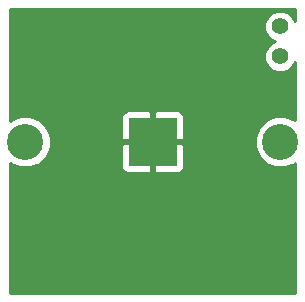
<source format=gbl>
G04 (created by PCBNEW (2013-07-07 BZR 4022)-stable) date 1/28/2014 12:53:12 PM*
%MOIN*%
G04 Gerber Fmt 3.4, Leading zero omitted, Abs format*
%FSLAX34Y34*%
G01*
G70*
G90*
G04 APERTURE LIST*
%ADD10C,0.006*%
%ADD11C,0.055*%
%ADD12R,0.16X0.16*%
%ADD13C,0.12*%
%ADD14C,0.035*%
%ADD15C,0.01*%
G04 APERTURE END LIST*
G54D10*
G54D11*
X20050Y-10450D03*
X20050Y-11450D03*
G54D12*
X15810Y-14300D03*
G54D13*
X20060Y-14300D03*
X11560Y-14300D03*
G54D14*
X17600Y-17850D03*
X13750Y-14150D03*
G54D10*
G36*
X20545Y-19345D02*
X16860Y-19345D01*
X16860Y-15050D01*
X16860Y-13549D01*
X16859Y-13450D01*
X16821Y-13358D01*
X16751Y-13287D01*
X16659Y-13249D01*
X15922Y-13250D01*
X15860Y-13312D01*
X15860Y-14250D01*
X16797Y-14250D01*
X16860Y-14187D01*
X16860Y-13549D01*
X16860Y-15050D01*
X16860Y-14412D01*
X16797Y-14350D01*
X15860Y-14350D01*
X15860Y-15287D01*
X15922Y-15350D01*
X16659Y-15350D01*
X16751Y-15312D01*
X16821Y-15241D01*
X16859Y-15149D01*
X16860Y-15050D01*
X16860Y-19345D01*
X15760Y-19345D01*
X15760Y-15287D01*
X15760Y-14350D01*
X15760Y-14250D01*
X15760Y-13312D01*
X15697Y-13250D01*
X14960Y-13249D01*
X14868Y-13287D01*
X14798Y-13358D01*
X14760Y-13450D01*
X14759Y-13549D01*
X14760Y-14187D01*
X14822Y-14250D01*
X15760Y-14250D01*
X15760Y-14350D01*
X14822Y-14350D01*
X14760Y-14412D01*
X14759Y-15050D01*
X14760Y-15149D01*
X14798Y-15241D01*
X14868Y-15312D01*
X14960Y-15350D01*
X15697Y-15350D01*
X15760Y-15287D01*
X15760Y-19345D01*
X11055Y-19345D01*
X11055Y-14997D01*
X11077Y-15020D01*
X11390Y-15149D01*
X11728Y-15150D01*
X12040Y-15021D01*
X12280Y-14782D01*
X12409Y-14469D01*
X12410Y-14131D01*
X12281Y-13819D01*
X12042Y-13579D01*
X11729Y-13450D01*
X11391Y-13449D01*
X11079Y-13578D01*
X11055Y-13603D01*
X11055Y-9855D01*
X20545Y-9855D01*
X20545Y-10273D01*
X20495Y-10153D01*
X20347Y-10005D01*
X20154Y-9925D01*
X19946Y-9924D01*
X19753Y-10004D01*
X19605Y-10152D01*
X19525Y-10345D01*
X19524Y-10553D01*
X19604Y-10747D01*
X19752Y-10894D01*
X19885Y-10950D01*
X19753Y-11004D01*
X19605Y-11152D01*
X19525Y-11345D01*
X19524Y-11553D01*
X19604Y-11747D01*
X19752Y-11894D01*
X19945Y-11974D01*
X20153Y-11975D01*
X20347Y-11895D01*
X20494Y-11747D01*
X20545Y-11626D01*
X20545Y-13582D01*
X20542Y-13579D01*
X20229Y-13450D01*
X19891Y-13449D01*
X19579Y-13578D01*
X19339Y-13817D01*
X19210Y-14130D01*
X19209Y-14468D01*
X19338Y-14780D01*
X19577Y-15020D01*
X19890Y-15149D01*
X20228Y-15150D01*
X20540Y-15021D01*
X20545Y-15016D01*
X20545Y-19345D01*
X20545Y-19345D01*
G37*
G54D15*
X20545Y-19345D02*
X16860Y-19345D01*
X16860Y-15050D01*
X16860Y-13549D01*
X16859Y-13450D01*
X16821Y-13358D01*
X16751Y-13287D01*
X16659Y-13249D01*
X15922Y-13250D01*
X15860Y-13312D01*
X15860Y-14250D01*
X16797Y-14250D01*
X16860Y-14187D01*
X16860Y-13549D01*
X16860Y-15050D01*
X16860Y-14412D01*
X16797Y-14350D01*
X15860Y-14350D01*
X15860Y-15287D01*
X15922Y-15350D01*
X16659Y-15350D01*
X16751Y-15312D01*
X16821Y-15241D01*
X16859Y-15149D01*
X16860Y-15050D01*
X16860Y-19345D01*
X15760Y-19345D01*
X15760Y-15287D01*
X15760Y-14350D01*
X15760Y-14250D01*
X15760Y-13312D01*
X15697Y-13250D01*
X14960Y-13249D01*
X14868Y-13287D01*
X14798Y-13358D01*
X14760Y-13450D01*
X14759Y-13549D01*
X14760Y-14187D01*
X14822Y-14250D01*
X15760Y-14250D01*
X15760Y-14350D01*
X14822Y-14350D01*
X14760Y-14412D01*
X14759Y-15050D01*
X14760Y-15149D01*
X14798Y-15241D01*
X14868Y-15312D01*
X14960Y-15350D01*
X15697Y-15350D01*
X15760Y-15287D01*
X15760Y-19345D01*
X11055Y-19345D01*
X11055Y-14997D01*
X11077Y-15020D01*
X11390Y-15149D01*
X11728Y-15150D01*
X12040Y-15021D01*
X12280Y-14782D01*
X12409Y-14469D01*
X12410Y-14131D01*
X12281Y-13819D01*
X12042Y-13579D01*
X11729Y-13450D01*
X11391Y-13449D01*
X11079Y-13578D01*
X11055Y-13603D01*
X11055Y-9855D01*
X20545Y-9855D01*
X20545Y-10273D01*
X20495Y-10153D01*
X20347Y-10005D01*
X20154Y-9925D01*
X19946Y-9924D01*
X19753Y-10004D01*
X19605Y-10152D01*
X19525Y-10345D01*
X19524Y-10553D01*
X19604Y-10747D01*
X19752Y-10894D01*
X19885Y-10950D01*
X19753Y-11004D01*
X19605Y-11152D01*
X19525Y-11345D01*
X19524Y-11553D01*
X19604Y-11747D01*
X19752Y-11894D01*
X19945Y-11974D01*
X20153Y-11975D01*
X20347Y-11895D01*
X20494Y-11747D01*
X20545Y-11626D01*
X20545Y-13582D01*
X20542Y-13579D01*
X20229Y-13450D01*
X19891Y-13449D01*
X19579Y-13578D01*
X19339Y-13817D01*
X19210Y-14130D01*
X19209Y-14468D01*
X19338Y-14780D01*
X19577Y-15020D01*
X19890Y-15149D01*
X20228Y-15150D01*
X20540Y-15021D01*
X20545Y-15016D01*
X20545Y-19345D01*
M02*

</source>
